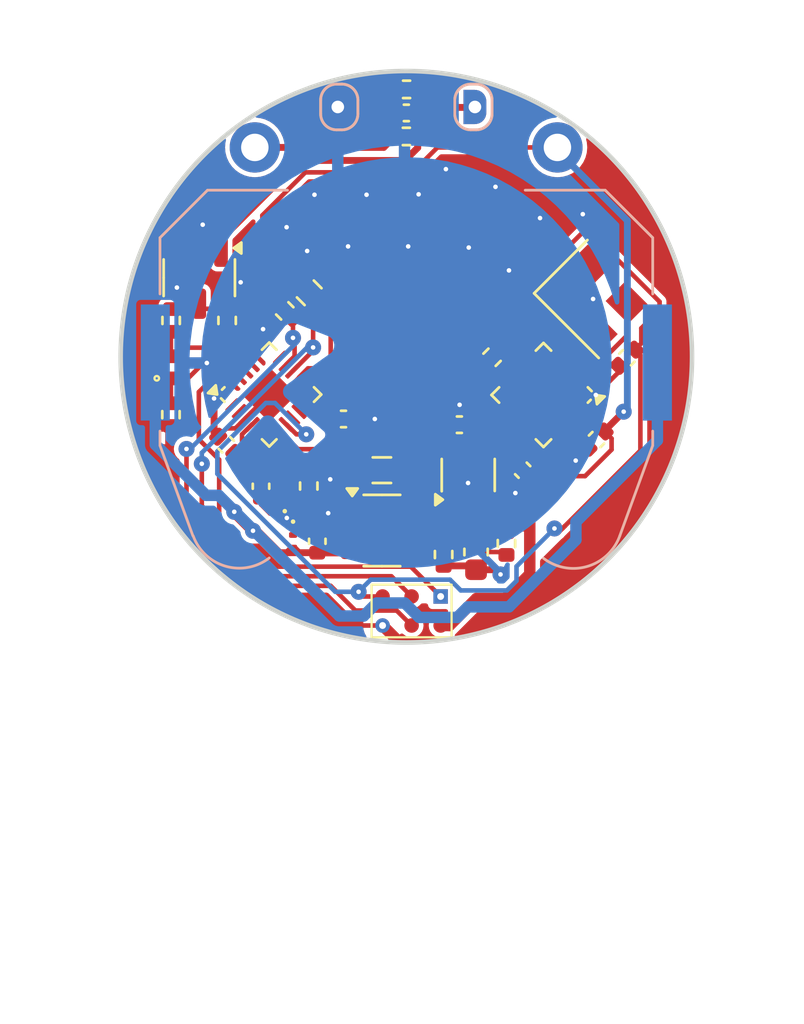
<source format=kicad_pcb>
(kicad_pcb (version 20240108) (generator "pcbnew") (generator_version "8.0")
  (layers (0 "F.Cu" signal) (31 "B.Cu" signal) (34 "B.Paste" user) (35 "F.Paste" user) (36 "B.SilkS" user "B.Silkscreen") (37 "F.SilkS" user "F.Silkscreen") (38 "B.Mask" user) (39 "F.Mask" user) (44 "Edge.Cuts" user))
  (net 0 "")
  (net 1 "Net-(BT1-+)")
  (net 2 "GND")
  (net 3 "Net-(BZ1-+)")
  (net 4 "+3V3")
  (net 5 "/~{TX_EN}")
  (net 6 "Net-(D1-K)")
  (net 7 "/MCU_UPDI")
  (net 8 "/MCU_SDA")
  (net 9 "/MCU_SCL")
  (net 10 "/MCU_DAC0")
  (net 11 "Net-(Q1-D)")
  (net 12 "Net-(Q1-G)")
  (net 13 "Net-(U2-XA)")
  (net 14 "Net-(U2-XB)")
  (net 15 "Net-(D3-K)")
  (net 18 "Net-(C6-Pad1)")
  (net 19 "/BUZZER_PULSE")
  (net 20 "Net-(U5-SW)")
  (net 21 "Net-(U5-V_{FB})")
  (net 22 "/OUTPUT_PWR_EN")
  (net 28 "/+3V3_SW")
  (net 29 "/CLK1")
  (net 30 "/CLK1_T")
  (footprint "Library:Worthington_C_0402_1005Metric" (layer "F.Cu") (at 85.27 103.96 45)
    (property "Reference" "C7" (hide yes))
    (property "Value" "100nF")
  )
  (footprint "Library:Worthington_C_0402_1005Metric" (layer "F.Cu") (at 69.259999 109.5825 -90)
    (property "Reference" "C5" (hide yes))
    (property "Value" "10uF")
  )
  (footprint "Library:Worthington_LED_0402_1005Metric" (layer "F.Cu") (at 65.32 104.38 90)
    (property "Reference" "D1" (hide yes))
    (property "Value" "RED")
  )
  (footprint "Library:Case_CR2032" (layer "F.Cu") (at 75.62 103.916925)
    (property "Reference" "U4" (hide yes))
    (property "Value" "Case" (hide yes))
  )
  (footprint "Library:Worthington_C_0402_1005Metric" (layer "F.Cu") (at 77.94 106.89 180)
    (property "Reference" "C2" (hide yes))
    (property "Value" "100nF")
  )
  (footprint "Diode_SMD:D_0201_0603Metric" (layer "F.Cu") (at 70.662498 111.989996 -90)
    (property "Reference" "D2" (hide yes))
    (property "Value" "ESD156B1W")
  )
  (footprint "Library:2x3_1.27mm_Pogo_Header" (layer "F.Cu") (at 75.85 115.04 -90)
    (property "Reference" "J2" (hide yes))
    (property "Value" "1.27mm Pogo Pads For Programming & Debug")
  )
  (footprint "Library:Worthington_C_0402_1005Metric" (layer "F.Cu") (at 72.87 106.64 180)
    (property "Reference" "C8" (hide yes))
    (property "Value" "100nF")
  )
  (footprint "Library:Worthington_R_0402_1005Metric" (layer "F.Cu") (at 77.25 112.57 -90)
    (property "Reference" "R10" (hide yes))
    (property "Value" "18k")
  )
  (footprint "Capacitor_SMD:C_0603_1608Metric" (layer "F.Cu") (at 78.67 112.46 -90)
    (property "Reference" "C10" (hide yes))
    (property "Value" "22uF")
  )
  (footprint "Inductor_THT:L_Axial_L12.0mm_D5.0mm_P15.24mm_Horizontal_Fastron_MISC" (layer "F.Cu") (at 67.99 95.76)
    (property "Reference" "L1" (hide yes))
    (property "Value" "100mH" (hide yes))
  )
  (footprint "Package_DFN_QFN:VQFN-20-1EP_3x3mm_P0.4mm_EP1.7x1.7mm" (layer "F.Cu") (at 69.62 105.57 45)
    (property "Reference" "U3" (hide yes))
    (property "Value" "ATtiny416-M")
  )
  (footprint "Inductor_SMD:L_0805_2012Metric" (layer "F.Cu") (at 74.55 108.88 180)
    (property "Reference" "L2" (hide yes))
    (property "Value" "4.7uH")
  )
  (footprint "Library:Worthington_C_0402_1005Metric" (layer "F.Cu") (at 80.71 108.88 -45)
    (property "Reference" "C3" (hide yes))
    (property "Value" "10uF")
  )
  (footprint "Library:Worthington_R_0402_1005Metric" (layer "F.Cu") (at 65.3275 102.33 90)
    (property "Reference" "R6" (hide yes))
    (property "Value" "10")
  )
  (footprint "Library:RF_Solder_Pad" (layer "F.Cu") (at 75.62 103.916925)
    (property "Reference" "J1" (hide yes))
    (property "Value" "Antenna Screw Pad")
  )
  (footprint "Library:Worthington_R_0402_1005Metric" (layer "F.Cu") (at 65.32 106.45 -90)
    (property "Reference" "R8" (hide yes))
    (property "Value" "220")
  )
  (footprint "Library:Worthington_LED_0402_1005Metric" (layer "F.Cu") (at 70.3 109.5825 90)
    (property "Reference" "D3" (hide yes))
    (property "Value" "RED")
  )
  (footprint "Package_TO_SOT_SMD:SOT-363_SC-70-6" (layer "F.Cu") (at 78.3275 109.09 90)
    (property "Reference" "U1" (hide yes))
    (property "Value" "TPS22919DCK")
  )
  (footprint "Library:Worthington_R_0402_1005Metric" (layer "F.Cu") (at 80.000001 112.09 -90)
    (property "Reference" "R9" (hide yes))
    (property "Value" "100k")
  )
  (footprint "Library:Worthington_C_0402_1005Metric" (layer "F.Cu") (at 67.74 107.77 135)
    (property "Reference" "C4" (hide yes))
    (property "Value" "100nF")
  )
  (footprint "Library:Crystal_SMD_Kyocera_CX3225SB-4Pin_3.2x2.5mm" (layer "F.Cu") (at 83.79 101.39 -45)
    (property "Reference" "Y1" (hide yes))
    (property "Value" "25MHz")
  )
  (footprint "Library:Worthington_C_0402_1005Metric" (layer "F.Cu") (at 83.94 107.54 -135)
    (property "Reference" "C1" (hide yes))
    (property "Value" "100nF")
  )
  (footprint "Library:Worthington_R_0402_1005Metric" (layer "F.Cu") (at 67.7775 102.33 -90)
    (property "Reference" "R7" (hide yes))
    (property "Value" "1M")
  )
  (footprint "Library:Worthington_R_0402_1005Metric" (layer "F.Cu") (at 75.629999 92.22 180)
    (property "Reference" "R1" (hide yes))
    (property "Value" "10k")
  )
  (footprint "Package_TO_SOT_SMD:SOT-23-3" (layer "F.Cu") (at 66.56 100.46 -90)
    (property "Reference" "Q1" (hide yes))
    (property "Value" "MMUN2238LT1G")
  )
  (footprint "Package_DFN_QFN:QFN-16-1EP_3x3mm_P0.5mm_EP1.45x1.45mm" (layer "F.Cu") (at 81.62 105.59 -135)
    (property "Reference" "U2" (hide yes))
    (property "Value" "Si5351B-B-GM1")
  )
  (footprint "Library:Worthington_R_0402_1005Metric" (layer "F.Cu") (at 71.350001 109.5725 90)
    (property "Reference" "R11" (hide yes))
    (property "Value" "100")
  )
  (footprint "Package_TO_SOT_SMD:SOT-23-6" (layer "F.Cu") (at 74.5525 111.52)
    (property "Reference" "U5" (hide yes))
    (property "Value" "TLV61070ADBV")
  )
  (footprint "Resistor_SMD:R_0603_1608Metric" (layer "F.Cu") (at 71.37 101.12 -45)
    (property "Reference" "R3" (hide yes))
    (property "Value" "1k8")
  )
  (footprint "Library:Worthington_R_0402_1005Metric" (layer "F.Cu") (at 79.37 103.94 -135)
    (property "Reference" "R4" (hide yes))
    (property "Value" "0R")
  )
  (footprint "Library:Worthington_C_0402_1005Metric" (layer "F.Cu") (at 71.7225 111.989997 90)
    (property "Reference" "C9" (hide yes))
    (property "Value" "10uF")
  )
  (footprint "Library:Worthington_R_0402_1005Metric" (layer "F.Cu") (at 75.62 94.28 180)
    (property "Reference" "R5" (hide yes))
    (property "Value" "10")
  )
  (footprint "Resistor_SMD:R_0402_1005Metric" (layer "F.Cu") (at 70.3 101.91 -45)
    (property "Reference" "R2" (hide yes))
    (property "Value" "1k8")
  )
  (footprint "Library:Worthington_C_0402_1005Metric" (layer "F.Cu") (at 75.62 93.25)
    (property "Reference" "C6" (hide yes))
    (property "Value" "100nF")
  )
  (footprint "Library:Buzzer_Pad_NEG" (layer "B.Cu") (at 72.62 92.99)
    (property "Reference" "BZ2-1" (hide yes))
    (property "Value" "7BB-20-3" (hide yes))
  )
  (footprint "Library:Buzzer_Pad_POS" (layer "B.Cu") (at 78.62 92.99 180)
    (property "Reference" "BZ1" (hide yes))
    (property "Value" "7BB-20-3" (hide yes))
  )
  (footprint "Library:BatteryHolder_Keystone_3034_1x20mm_CUTOUT" (layer "B.Cu") (at 75.62 104.17 180)
    (property "Reference" "BT1" (hide yes))
    (property "Value" "CR2032")
  )
  (gr_circle (center 75.62 103.916925) (end 63.12 103.916925) (stroke (width 0.2)) (fill none) (layer "Edge.Cuts"))
  (segment (start 70.98 112.489997) (end 71.7225 112.489997) (width 0.3) (layer "F.Cu") (net 1))
  (segment (start 70.34 112.489997) (end 70.98 112.489997) (width 0.3) (layer "F.Cu") (net 1))
  (segment (start 70.079997 112.489997) (end 70.34 112.489997) (width 0.3) (layer "F.Cu") (net 1))
  (segment (start 68.91 111.52) (end 68.09 110.7) (width 0.5) (layer "F.Cu") (net 1))
  (segment (start 70.662498 112.264996) (end 70.754999 112.264996) (width 0.2) (layer "F.Cu") (net 1))
  (segment (start 73.384998 112.499992) (end 73.414996 112.469993) (width 0.3) (layer "F.Cu") (net 1))
  (segment (start 69.12 111.53) (end 70.079997 112.489997) (width 0.3) (layer "F.Cu") (net 1))
  (segment (start 68.91 111.53) (end 69.12 111.53) (width 0.3) (layer "F.Cu") (net 1))
  (segment (start 68.91 111.53) (end 68.91 111.52) (width 0.5) (layer "F.Cu") (net 1))
  (segment (start 70.662498 112.264996) (end 70.565001 112.264996) (width 0.2) (layer "F.Cu") (net 1))
  (segment (start 73.414996 112.469993) (end 74.262499 112.470001) (width 0.3) (layer "F.Cu") (net 1))
  (segment (start 74.542503 110.829995) (end 74.802496 110.569993) (width 0.3) (layer "F.Cu") (net 1))
  (segment (start 74.542495 112.19) (end 74.542503 110.829995) (width 0.3) (layer "F.Cu") (net 1))
  (segment (start 75.615001 108.709989) (end 75.690004 108.784994) (width 0.3) (layer "F.Cu") (net 1))
  (segment (start 71.722498 112.499994) (end 73.384998 112.499992) (width 0.3) (layer "F.Cu") (net 1))
  (segment (start 74.802496 110.569993) (end 75.69 110.569994) (width 0.3) (layer "F.Cu") (net 1))
  (segment (start 74.262499 112.470001) (end 74.542495 112.19) (width 0.3) (layer "F.Cu") (net 1))
  (segment (start 70.565001 112.264996) (end 70.34 112.489997) (width 0.2) (layer "F.Cu") (net 1))
  (segment (start 75.690004 108.784994) (end 75.69 110.569994) (width 0.3) (layer "F.Cu") (net 1))
  (segment (start 70.754999 112.264996) (end 70.98 112.489997) (width 0.2) (layer "F.Cu") (net 1))
  (via (at 68.91 111.53) (size 0.7) (drill 0.2) (layers "F.Cu" "B.Cu") (net 1))
  (via (at 68.09 110.7) (size 0.7) (drill 0.2) (layers "F.Cu" "B.Cu") (net 1))
  (segment (start 76.18 115.32) (end 77.85 115.32) (width 0.5) (layer "B.Cu") (net 1))
  (segment (start 74.32 114.69) (end 75.55 114.69) (width 0.5) (layer "B.Cu") (net 1))
  (segment (start 64.635 107.755) (end 66.86 109.98) (width 0.5) (layer "B.Cu") (net 1))
  (segment (start 66.86 109.98) (end 67.41 109.98) (width 0.5) (layer "B.Cu") (net 1))
  (segment (start 83.04 111.93) (end 83.04 111.14) (width 0.5) (layer "B.Cu") (net 1))
  (segment (start 64.635 104.166925) (end 64.635 107.755) (width 0.5) (layer "B.Cu") (net 1))
  (segment (start 86.605 107.575) (end 86.605 104.166925) (width 0.5) (layer "B.Cu") (net 1))
  (segment (start 73.75 115.26) (end 74.32 114.69) (width 0.5) (layer "B.Cu") (net 1))
  (segment (start 80.11 114.86) (end 83.04 111.93) (width 0.5) (layer "B.Cu") (net 1))
  (segment (start 78.31 114.86) (end 80.11 114.86) (width 0.5) (layer "B.Cu") (net 1))
  (segment (start 83.04 111.14) (end 86.605 107.575) (width 0.5) (layer "B.Cu") (net 1))
  (segment (start 67.41 109.98) (end 72.69 115.26) (width 0.5) (layer "B.Cu") (net 1))
  (segment (start 77.85 115.32) (end 78.31 114.86) (width 0.5) (layer "B.Cu") (net 1))
  (segment (start 75.55 114.69) (end 76.18 115.32) (width 0.5) (layer "B.Cu") (net 1))
  (segment (start 72.69 115.26) (end 73.75 115.26) (width 0.5) (layer "B.Cu") (net 1))
  (segment (start 72.65 93.02) (end 72.62 92.99) (width 0.3) (layer "F.Cu") (net 2))
  (segment (start 70.662499 111.489996) (end 70.8425 111.309995) (width 0.2) (layer "F.Cu") (net 2))
  (segment (start 84.916446 104.313552) (end 84.916446 104.583554) (width 0.2) (layer "F.Cu") (net 2))
  (segment (start 74.24 106.64) (end 74.239999 106.640001) (width 0.2) (layer "F.Cu") (net 2))
  (segment (start 66.86 100.59) (end 66.57 100.3) (width 0.2) (layer "F.Cu") (net 2))
  (segment (start 68.105 113.415) (end 66.175 111.485) (width 0.2) (layer "F.Cu") (net 2))
  (segment (start 77.44 106.53) (end 77.44 106.889998) (width 0.3) (layer "F.Cu") (net 2))
  (segment (start 66.88 100.59) (end 66.86 100.59) (width 0.2) (layer "F.Cu") (net 2))
  (segment (start 69.657501 110.777501) (end 70.24 110.777501) (width 0.2) (layer "F.Cu") (net 2))
  (segment (start 83.586446 107.202895) (end 83.586446 107.893552) (width 0.2) (layer "F.Cu") (net 2))
  (segment (start 65.320001 108.87) (end 65.320001 106.947499) (width 0.2) (layer "F.Cu") (net 2))
  (segment (start 68.594696 106.595304) (end 68.14 107.05) (width 0.2) (layer "F.Cu") (net 2))
  (segment (start 80.417107 109.88) (end 80.39 109.88) (width 0.2) (layer "F.Cu") (net 2))
  (segment (start 70.662499 111.57) (end 70.662499 111.489996) (width 0.2) (layer "F.Cu") (net 2))
  (segment (start 68.575 113.415) (end 68.105 113.415) (width 0.2) (layer "F.Cu") (net 2))
  (segment (start 74.579996 115.675) (end 73.455 115.675) (width 0.2) (layer "F.Cu") (net 2))
  (segment (start 74.43 92.22) (end 75.119998 92.22) (width 0.3) (layer "F.Cu") (net 2))
  (segment (start 66.74 104.19) (end 66.07 104.86) (width 0.2) (layer "F.Cu") (net 2))
  (segment (start 70.662499 111.714994) (end 70.662499 111.57) (width 0.2) (layer "F.Cu") (net 2))
  (segment (start 72.12 114.34) (end 69.5 114.34) (width 0.2) (layer "F.Cu") (net 2))
  (segment (start 66.36 100.33) (end 66.62 100.59) (width 0.2) (layer "F.Cu") (net 2))
  (segment (start 67.752893 107.05) (end 67.386447 107.416446) (width 0.2) (layer "F.Cu") (net 2))
  (segment (start 67.20628 107.236279) (end 67.20628 105.741882) (width 0.3) (layer "F.Cu") (net 2))
  (segment (start 78.5025 113.0675) (end 78.67 113.235) (width 0.3) (layer "F.Cu") (net 2))
  (segment (start 83.79 100.081854) (end 83.79 101.39) (width 0.2) (layer "F.Cu") (net 2))
  (segment (start 75.119998 92.22) (end 75.12 92.219998) (width 0.3) (layer "F.Cu") (net 2))
  (segment (start 67.09 100.59) (end 66.71 100.21) (width 0.2) (layer "F.Cu") (net 2))
  (segment (start 81.973551 105.59) (end 82.813243 106.429692) (width 0.2) (layer "F.Cu") (net 2))
  (segment (start 70.8425 111.309995) (end 71.762499 111.309995) (width 0.2) (layer "F.Cu") (net 2))
  (segment (start 70.662499 111.442499) (end 70.662499 111.57) (width 0.2) (layer "F.Cu") (net 2))
  (segment (start 83.949099 102.857245) (end 83.79 102.698146) (width 0.2) (layer "F.Cu") (net 2))
  (segment (start 82.813243 106.429692) (end 83.586446 107.202895) (width 0.2) (layer "F.Cu") (net 2))
  (segment (start 65.61 99.3225) (end 65.6925 99.3225) (width 0.3) (layer "F.Cu") (net 2))
  (segment (start 66.175 111.485) (end 66.175 111.125) (width 0.2) (layer "F.Cu") (net 2))
  (segment (start 71.7225 111.2375) (end 72.2 110.76) (width 0.2) (layer "F.Cu") (net 2))
  (segment (start 70.39 110.97) (end 70.39 111.17) (width 0.2) (layer "F.Cu") (net 2))
  (segment (start 79.74 113.44) (end 79.535 113.235) (width 0.3) (layer "F.Cu") (net 2))
  (segment (start 70.57 111.35) (end 70.662499 111.442499) (width 0.2) (layer "F.Cu") (net 2))
  (segment (start 69.5 114.34) (end 68.575 113.415) (width 0.2) (layer "F.Cu") (net 2))
  (segment (start 83.630901 99.922755) (end 83.79 100.081854) (width 0.2) (layer "F.Cu") (net 2))
  (segment (start 73.63 93.02) (end 74.43 92.22) (width 0.3) (layer "F.Cu") (net 2))
  (segment (start 65.792501 106.947499) (end 65.320001 106.947499) (width 0.2) (layer "F.Cu") (net 2))
  (segment (start 67.386447 107.416446) (end 67.20628 107.236279) (width 0.3) (layer "F.Cu") (net 2))
  (segment (start 84.916446 104.583554) (end 83.91 105.59) (width 0.2) (layer "F.Cu") (net 2))
  (segment (start 66.62 100.59) (end 66.88 100.59) (width 0.2) (layer "F.Cu") (net 2))
  (segment (start 71.7225 111.489997) (end 71.7225 111.2375) (width 0.2) (layer "F.Cu") (net 2))
  (segment (start 71.7225 111.479994) (end 73.375003 111.479994) (width 0.3) (layer "F.Cu") (net 2))
  (segment (start 69.260001 110.0825) (end 69.260001 110.380001) (width 0.2) (layer "F.Cu") (net 2))
  (segment (start 70.39 111.17) (end 70.57 111.35) (width 0.2) (layer "F.Cu") (net 2))
  (segment (start 65.320001 110.270001) (end 65.320001 108.87) (width 0.2) (layer "F.Cu") (net 2))
  (segment (start 79.535 113.235) (end 78.67 113.235) (width 0.3) (layer "F.Cu") (net 2))
  (segment (start 73.375003 111.479994) (end 73.415001 111.519996) (width 0.3) (layer "F.Cu") (net 2))
  (segment (start 65.3 108.87) (end 65.18 108.75) (width 0.2) (layer "F.Cu") (net 2))
  (segment (start 64.73837 107.87) (end 65.26163 107.87) (width 0.2) (layer "F.Cu") (net 2))
  (segment (start 66.175 111.125) (end 65.320001 110.270001) (width 0.2) (layer "F.Cu") (net 2))
  (segment (start 65.320001 108.87) (end 65.3 108.87) (width 0.2) (layer "F.Cu") (net 2))
  (segment (start 83.79 102.698146) (end 83.79 101.39) (width 0.2) (layer "F.Cu") (net 2))
  (segment (start 70.57 111.35) (end 70.802495 111.35) (width 0.2) (layer "F.Cu") (net 2))
  (segment (start 74.239999 106.640001) (end 73.37 106.640001) (width 0.2) (layer "F.Cu") (net 2))
  (segment (start 81.62 105.59) (end 81.973551 105.59) (width 0.2) (layer "F.Cu") (net 2))
  (segment (start 65.18 108.75) (end 65.18 107.91) (width 0.2) (layer "F.Cu") (net 2))
  (segment (start 67.89 100.59) (end 67.09 100.59) (width 0.2) (layer "F.Cu") (net 2))
  (segment (start 81.063553 109.233554) (end 81.073554 109.233554) (width 0.2) (layer "F.Cu") (net 2))
  (segment (start 83.586446 107.893552) (end 83.586446 107.903554) (width 0.2) (layer "F.Cu") (net 2))
  (segment (start 66.89 104.19) (end 66.74 104.19) (width 0.2) (layer "F.Cu") (net 2))
  (segment (start 77.95 106.02) (end 77.44 106.53) (width 0.3) (layer "F.Cu") (net 2))
  (segment (start 70.802495 111.35) (end 70.8425 111.309995) (width 0.2) (layer "F.Cu") (net 2))
  (segment (start 69.260001 110.380001) (end 69.657501 110.777501) (width 0.2) (layer "F.Cu") (net 2))
  (segment (start 73.455 115.675) (end 72.12 114.34) (width 0.2) (layer "F.Cu") (net 2))
  (segment (start 68.594696 106.595304) (end 69.62 105.57) (width 0.2) (layer "F.Cu") (net 2))
  (segment (start 66.88 100.59) (end 67.09 100.59) (width 0.2) (layer "F.Cu") (net 2))
  (segment (start 77.249999 113.0675) (end 78.5025 113.0675) (width 0.3) (layer "F.Cu") (net 2))
  (segment (start 66.07 104.86) (end 66.07 106.67) (width 0.2) (layer "F.Cu") (net 2))
  (segment (start 68.14 107.05) (end 67.752893 107.05) (width 0.2) (layer "F.Cu") (net 2))
  (segment (start 67.93 100.55) (end 67.89 100.59) (width 0.2) (layer "F.Cu") (net 2))
  (segment (start 78.32 109.44) (end 78.3275 109.4475) (width 0.3) (layer "F.Cu") (net 2))
  (segment (start 71.350002 109.075001) (end 72.1925 109.075001) (width 0.2) (layer "F.Cu") (net 2))
  (segment (start 83.586446 107.903554) (end 83.03 108.46) (width 0.2) (layer "F.Cu") (net 2))
  (segment (start 81.063553 109.233554) (end 80.417107 109.88) (width 0.2) (layer "F.Cu") (net 2))
  (segment (start 66.07 106.67) (end 65.792501 106.947499) (width 0.2) (layer "F.Cu") (net 2))
  (segment (start 73.63 93.02) (end 72.65 93.02) (width 0.3) (layer "F.Cu") (net 2))
  (segment (start 78.3275 109.4475) (end 78.3275 110.04) (width 0.3) (layer "F.Cu") (net 2))
  (via (at 72.2 110.76) (size 0.7) (drill 0.2) (layers "F.Cu" "B.Cu") (net 2))
  (via (at 81.468862 97.850794) (size 0.7) (drill 0.2) (layers "F.Cu" "B.Cu") (net 2))
  (via (at 66.89 104.19) (size 0.7) (drill 0.2) (layers "F.Cu" "B.Cu") (net 2))
  (via (at 78.35 99.14) (size 0.7) (drill 0.2) (layers "F.Cu" "B.Cu") (net 2))
  (via (at 83.79 101.39) (size 0.7) (drill 0.2) (layers "F.Cu" "B.Cu") (net 2))
  (via (at 77.35 95.71) (size 0.7) (drill 0.2) (layers "F.Cu" "B.Cu") (net 2))
  (via (at 71.6 96.83) (size 0.7) (drill 0.2) (layers "F.Cu" "B.Cu") (net 2))
  (via (at 80.11 100.14) (size 0.7) (drill 0.2) (layers "F.Cu" "B.Cu") (net 2))
  (via (at 74.24 106.64) (size 0.7) (drill 0.2) (layers "F.Cu" "B.Cu") (net 2))
  (via (at 70.39 110.97) (size 0.7) (drill 0.2) (layers "F.Cu" "B.Cu") (net 2))
  (via (at 83.03 108.46) (size 0.7) (drill 0.2) (layers "F.Cu" "B.Cu") (net 2))
  (via (at 67.20628 105.741882) (size 0.7) (drill 0.2) (layers "F.Cu" "B.Cu") (net 2))
  (via (at 78.32 109.44) (size 0.7) (drill 0.2) (layers "F.Cu" "B.Cu") (net 2))
  (via (at 65.58 100.89) (size 0.7) (drill 0.2) (layers "F.Cu" "B.Cu") (net 2))
  (via (at 75.7 99.09) (size 0.7) (drill 0.2) (layers "F.Cu" "B.Cu") (net 2))
  (via (at 80.39 109.88) (size 0.7) (drill 0.2) (layers "F.Cu" "B.Cu") (net 2))
  (via (at 77.95 106.02) (size 0.7) (drill 0.2) (layers "F.Cu" "B.Cu") (net 2))
  (via (at 69.35 102.71) (size 0.7) (drill 0.2) (layers "F.Cu" "B.Cu") (net 2))
  (via (at 66.71 98.14) (size 0.7) (drill 0.2) (layers "F.Cu" "B.Cu") (net 2))
  (via (at 83.91 105.59) (size 0.7) (drill 0.2) (layers "F.Cu" "B.Cu") (net 2))
  (via (at 73.07 99.09) (size 0.7) (drill 0.2) (layers "F.Cu" "B.Cu") (net 2))
  (via (at 70.38 98.25) (size 0.7) (drill 0.2) (layers "F.Cu" "B.Cu") (net 2))
  (via (at 72.29 109.28) (size 0.7) (drill 0.2) (layers "F.Cu" "B.Cu") (net 2))
  (via (at 83.34 97.68) (size 0.7) (drill 0.2) (layers "F.Cu" "B.Cu") (net 2))
  (via (at 71.28 99.29) (size 0.7) (drill 0.2) (layers "F.Cu" "B.Cu") (net 2))
  (via (at 79.519999 96.48468) (size 0.7) (drill 0.2) (layers "F.Cu" "B.Cu") (net 2))
  (via (at 79.74 113.44) (size 0.7) (drill 0.2) (layers "F.Cu" "B.Cu") (net 2))
  (via (at 76.156898 96.810894) (size 0.7) (drill 0.2) (layers "F.Cu" "B.Cu") (net 2))
  (via (at 73.878449 96.83) (size 0.7) (drill 0.2) (layers "F.Cu" "B.Cu") (net 2))
  (via (at 68.37 100.66) (size 0.7) (drill 0.2) (layers "F.Cu" "B.Cu") (net 2))
  (segment (start 72.62 101.166925) (end 75.62 104.166925) (width 0.5) (layer "B.Cu") (net 2))
  (segment (start 79.74 113.37) (end 77.27 110.9) (width 0.3) (layer "B.Cu") (net 2))
  (segment (start 75.635 104.175) (end 75.635 109.265) (width 0.2) (layer "B.Cu") (net 2))
  (segment (start 72.62 92.99) (end 72.62 101.166925) (width 0.5) (layer "B.Cu") (net 2))
  (segment (start 79.74 113.44) (end 79.74 113.37) (width 0.3) (layer "B.Cu") (net 2))
  (segment (start 75.635 109.265) (end 78.195 111.825) (width 0.2) (layer "B.Cu") (net 2))
  (segment (start 77.6 93.01) (end 77.359998 93.250002) (width 0.3) (layer "F.Cu") (net 3))
  (segment (start 76.139998 93.240003) (end 76.129999 93.250002) (width 0.3) (layer "F.Cu") (net 3))
  (segment (start 77.359998 93.250002) (end 76.129999 93.250002) (width 0.3) (layer "F.Cu") (net 3))
  (segment (start 76.139998 92.220002) (end 76.139998 93.240003) (width 0.3) (layer "F.Cu") (net 3))
  (segment (start 77.6 93.01) (end 78.6 93.01) (width 0.3) (layer "F.Cu") (net 3))
  (segment (start 78.6 93.01) (end 78.62 92.99) (width 0.3) (layer "F.Cu") (net 3))
  (segment (start 81.020001 113.429999) (end 81.020001 111.45) (width 0.5) (layer "F.Cu") (net 4))
  (segment (start 76.48 108.06) (end 76.48 109.45) (width 0.3) (layer "F.Cu") (net 4))
  (segment (start 78.67 111.635) (end 78.67 110.88) (width 0.3) (layer "F.Cu") (net 4))
  (segment (start 68.43 107.31154) (end 68.870466 106.871074) (width 0.2) (layer "F.Cu") (net 4))
  (segment (start 77.07 110.04) (end 77.6775 110.04) (width 0.3) (layer "F.Cu") (net 4))
  (segment (start 77.4525 110.8725) (end 77.46 110.88) (width 0.3) (layer "F.Cu") (net 4))
  (segment (start 68.877538 106.878147) (end 68.877538 106.882462) (width 0.2) (layer "F.Cu") (net 4))
  (segment (start 77.6775 110.8725) (end 77.67 110.88) (width 0.3) (layer "F.Cu") (net 4))
  (segment (start 77.6775 110.04) (end 77.6775 110.8725) (width 0.3) (layer "F.Cu") (net 4))
  (segment (start 79.954997 114.495003) (end 81.020001 113.429999) (width 0.5) (layer "F.Cu") (net 4))
  (segment (start 68.999999 108.123555) (end 69 108.123554) (width 0.2) (layer "F.Cu") (net 4))
  (segment (start 80.710001 110.88) (end 81.020001 111.19) (width 0.5) (layer "F.Cu") (net 4))
  (segment (start 76.93 110.88) (end 77.46 110.88) (width 0.5) (layer "F.Cu") (net 4))
  (segment (start 70.3 109.33) (end 70.3 108.43) (width 0.2) (layer "F.Cu") (net 4))
  (segment (start 69.259997 109.324999) (end 69.259997 108.476449) (width 0.2) (layer "F.Cu") (net 4))
  (segment (start 76.29 111.52) (end 76.93 110.88) (width 0.5) (layer "F.Cu") (net 4))
  (segment (start 78.684997 114.495003) (end 79.954997 114.495003) (width 0.5) (layer "F.Cu") (net 4))
  (segment (start 76.28 107.86) (end 76.48 108.06) (width 0.3) (layer "F.Cu") (net 4))
  (segment (start 68.093553 108.123554) (end 69 108.123554) (width 0.3) (layer "F.Cu") (net 4))
  (segment (start 69.306446 108.43) (end 69.326446 108.41) (width 0.3) (layer "F.Cu") (net 4))
  (segment (start 78.67 110.88) (end 80.08 110.88) (width 0.5) (layer "F.Cu") (net 4))
  (segment (start 70.19 108.41) (end 72.02 108.41) (width 0.3) (layer "F.Cu") (net 4))
  (segment (start 69.259997 108.476449) (end 69.306446 108.43) (width 0.2) (layer "F.Cu") (net 4))
  (segment (start 72.02 108.41) (end 72.57 107.86) (width 0.3) (layer "F.Cu") (net 4))
  (segment (start 69.326446 108.41) (end 70.15 108.41) (width 0.3) (layer "F.Cu") (net 4))
  (segment (start 78.545 111.510004) (end 78.670003 111.635001) (width 0.5) (layer "F.Cu") (net 4))
  (segment (start 80.000002 111.44) (end 81.010001 111.44) (width 0.25) (layer "F.Cu") (net 4))
  (segment (start 76.48 109.45) (end 77.07 110.04) (width 0.3) (layer "F.Cu") (net 4))
  (segment (start 80.000002 110.959998) (end 80.08 110.88) (width 0.3) (layer "F.Cu") (net 4))
  (segment (start 81.010001 111.44) (end 81.020001 111.45) (width 0.25) (layer "F.Cu") (net 4))
  (segment (start 72.57 107.86) (end 76.28 107.86) (width 0.3) (layer "F.Cu") (net 4))
  (segment (start 77.119999 115.675001) (end 77.504999 115.675001) (width 0.5) (layer "F.Cu") (net 4))
  (segment (start 80.000002 111.44) (end 80.000002 110.959998) (width 0.3) (layer "F.Cu") (net 4))
  (segment (start 68.093553 108.123554) (end 68.43 107.787107) (width 0.2) (layer "F.Cu") (net 4))
  (segment (start 81.020001 111.45) (end 81.020001 111.19) (width 0.5) (layer "F.Cu") (net 4))
  (segment (start 80.08 110.88) (end 80.710001 110.88) (width 0.5) (layer "F.Cu") (net 4))
  (segment (start 75.69 111.52) (end 76.29 111.52) (width 0.5) (layer "F.Cu") (net 4))
  (segment (start 77.504999 115.675001) (end 78.684997 114.495003) (width 0.5) (layer "F.Cu") (net 4))
  (segment (start 77.46 110.88) (end 77.67 110.88) (width 0.5) (layer "F.Cu") (net 4))
  (segment (start 70.18 108.44) (end 70.17 108.43) (width 0.2) (layer "F.Cu") (net 4))
  (segment (start 69 108.123554) (end 69.306446 108.43) (width 0.3) (layer "F.Cu") (net 4))
  (segment (start 77.67 110.88) (end 78.67 110.88) (width 0.5) (layer "F.Cu") (net 4))
  (segment (start 68.43 107.787107) (end 68.43 107.31154) (width 0.2) (layer "F.Cu") (net 4))
  (segment (start 72.37 105.226446) (end 72.116777 104.973223) (width 0.2) (layer "F.Cu") (net 5))
  (segment (start 71.31077 104.43077) (end 71.315094 104.426446) (width 0.2) (layer "F.Cu") (net 5))
  (segment (start 71.88 104.68) (end 71.851777 104.708223) (width 0.2) (layer "F.Cu") (net 5))
  (segment (start 77.91 100.58) (end 74.01 100.58) (width 0.2) (layer "F.Cu") (net 5))
  (segment (start 71.851777 104.708223) (end 72.116777 104.973223) (width 0.2) (layer "F.Cu") (net 5))
  (segment (start 80.78031 104.396758) (end 80.43 104.046448) (width 0.2) (layer "F.Cu") (net 5))
  (segment (start 72.31 102.28) (end 72.31 103.89) (width 0.2) (layer "F.Cu") (net 5))
  (segment (start 71.88 104.32) (end 71.76923 104.43077) (width 0.2) (layer "F.Cu") (net 5))
  (segment (start 80.43 104.046448) (end 80.43 103.1) (width 0.2) (layer "F.Cu") (net 5))
  (segment (start 80.43 103.1) (end 77.91 100.58) (width 0.2) (layer "F.Cu") (net 5))
  (segment (start 71.641777 104.498223) (end 71.851777 104.708223) (width 0.2) (layer "F.Cu") (net 5))
  (segment (start 71.57 104.426446) (end 71.641777 104.498223) (width 0.2) (layer "F.Cu") (net 5))
  (segment (start 72.31 103.89) (end 71.88 104.32) (width 0.2) (layer "F.Cu") (net 5))
  (segment (start 74.01 100.58) (end 72.31 102.28) (width 0.2) (layer "F.Cu") (net 5))
  (segment (start 72.37 106.639999) (end 72.37 105.226446) (width 0.2) (layer "F.Cu") (net 5))
  (segment (start 71.641777 104.498223) (end 71.572843 104.429289) (width 0.2) (layer "F.Cu") (net 5))
  (segment (start 71.31077 104.43077) (end 70.921075 104.820465) (width 0.2) (layer "F.Cu") (net 5))
  (segment (start 71.76923 104.43077) (end 71.31077 104.43077) (width 0.2) (layer "F.Cu") (net 5))
  (segment (start 71.88 104.32) (end 71.88 104.68) (width 0.2) (layer "F.Cu") (net 5))
  (segment (start 71.315094 104.426446) (end 71.57 104.426446) (width 0.2) (layer "F.Cu") (net 5))
  (segment (start 65.32 105.9525) (end 65.319999 105.952501) (width 0.2) (layer "F.Cu") (net 6))
  (segment (start 65.32 104.864998) (end 65.32 105.9525) (width 0.2) (layer "F.Cu") (net 6))
  (segment (start 69.12 112.19) (end 70.03 113.1) (width 0.2) (layer "F.Cu") (net 7))
  (segment (start 68.318926 104.820466) (end 67.84846 104.35) (width 0.2) (layer "F.Cu") (net 7))
  (segment (start 66.54 107.53) (end 67.43 108.42) (width 0.2) (layer "F.Cu") (net 7))
  (segment (start 67.84846 104.35) (end 67.65 104.35) (width 0.2) (layer "F.Cu") (net 7))
  (segment (start 68.63 112.19) (end 69.12 112.19) (width 0.2) (layer "F.Cu") (net 7))
  (segment (start 70.03 113.1) (end 75.814999 113.1) (width 0.2) (layer "F.Cu") (net 7))
  (segment (start 67.43 108.42) (end 67.43 110.99) (width 0.2) (layer "F.Cu") (net 7))
  (segment (start 67.65 104.35) (end 66.54 105.46) (width 0.2) (layer "F.Cu") (net 7))
  (segment (start 66.54 105.46) (end 66.54 107.53) (width 0.2) (layer "F.Cu") (net 7))
  (segment (start 67.43 110.99) (end 68.63 112.19) (width 0.2) (layer "F.Cu") (net 7))
  (segment (start 75.814999 113.1) (end 77.12 114.405001) (width 0.2) (layer "F.Cu") (net 7))
  (segment (start 73.486726 100.17) (end 78.1 100.17) (width 0.2) (layer "F.Cu") (net 8))
  (segment (start 68.92 112.59) (end 68.44 112.59) (width 0.2) (layer "F.Cu") (net 8))
  (segment (start 78.1 100.17) (end 80.86 102.93) (width 0.2) (layer "F.Cu") (net 8))
  (segment (start 71.54 103.51) (end 71.54 103.65) (width 0.2) (layer "F.Cu") (net 8))
  (segment (start 67.02 110.79) (end 66.67 110.44) (width 0.2) (layer "F.Cu") (net 8))
  (segment (start 80.86 103.769337) (end 81.133866 104.043203) (width 0.2) (layer "F.Cu") (net 8))
  (segment (start 71.54 103.65) (end 70.645304 104.544696) (width 0.2) (layer "F.Cu") (net 8))
  (segment (start 69.85 113.52) (end 68.92 112.59) (width 0.2) (layer "F.Cu") (net 8))
  (segment (start 71.54 103.51) (end 71.54 102.116726) (width 0.2) (layer "F.Cu") (net 8))
  (segment (start 71.54 102.116726) (end 73.486726 100.17) (width 0.2) (layer "F.Cu") (net 8))
  (segment (start 67.02 111.17) (end 67.02 110.79) (width 0.2) (layer "F.Cu") (net 8))
  (segment (start 75.849999 114.405) (end 74.964999 113.52) (width 0.2) (layer "F.Cu") (net 8))
  (segment (start 80.86 102.93) (end 80.86 103.769337) (width 0.2) (layer "F.Cu") (net 8))
  (segment (start 68.44 112.59) (end 67.02 111.17) (width 0.2) (layer "F.Cu") (net 8))
  (segment (start 66.67 110.44) (end 66.67 108.6) (width 0.2) (layer "F.Cu") (net 8))
  (segment (start 74.964999 113.52) (end 69.85 113.52) (width 0.2) (layer "F.Cu") (net 8))
  (via (at 66.67 108.6) (size 0.7) (drill 0.2) (layers "F.Cu" "B.Cu") (net 8))
  (via (at 71.54 103.51) (size 0.7) (drill 0.2) (layers "F.Cu" "B.Cu") (net 8))
  (segment (start 71.28 103.51) (end 66.67 108.12) (width 0.2) (layer "B.Cu") (net 8))
  (segment (start 71.54 103.51) (end 71.28 103.51) (width 0.2) (layer "B.Cu") (net 8))
  (segment (start 66.67 108.12) (end 66.67 108.6) (width 0.2) (layer "B.Cu") (net 8))
  (segment (start 70.73 103.24) (end 70.73 103.894315) (width 0.2) (layer "F.Cu") (net 9))
  (segment (start 66 107.95) (end 66 110.36) (width 0.2) (layer "F.Cu") (net 9))
  (segment (start 78.33 99.79) (end 82.34 103.8) (width 0.2) (layer "F.Cu") (net 9))
  (segment (start 73.39 115.02) (end 75.195002 115.02) (width 0.2) (layer "F.Cu") (net 9))
  (segment (start 72.72 99.79) (end 78.33 99.79) (width 0.2) (layer "F.Cu") (net 9))
  (segment (start 68.265686 113) (end 68.73 113) (width 0.2) (layer "F.Cu") (net 9))
  (segment (start 70.73 103.894315) (end 70.362462 104.261853) (width 0.2) (layer "F.Cu") (net 9))
  (segment (start 70.523363 101.986637) (end 72.72 99.79) (width 0.2) (layer "F.Cu") (net 9))
  (segment (start 70.66 103.09) (end 70.66 102.38) (width 0.2) (layer "F.Cu") (net 9))
  (segment (start 69.67 113.94) (end 72.31 113.94) (width 0.2) (layer "F.Cu") (net 9))
  (segment (start 70.66 103.09) (end 70.78 103.21) (width 0.2) (layer "F.Cu") (net 9))
  (segment (start 70.78 103.21) (end 70.83 103.21) (width 0.2) (layer "F.Cu") (net 9))
  (segment (start 66.6 111.334314) (end 68.265686 113) (width 0.2) (layer "F.Cu") (net 9))
  (segment (start 70.66 102.38) (end 70.523363 102.243363) (width 0.2) (layer "F.Cu") (net 9))
  (segment (start 70.523363 102.243363) (end 70.523363 101.986637) (width 0.2) (layer "F.Cu") (net 9))
  (segment (start 72.31 113.94) (end 73.39 115.02) (width 0.2) (layer "F.Cu") (net 9))
  (segment (start 75.850002 115.675) (end 75.850002 115.669998) (width 0.2) (layer "F.Cu") (net 9))
  (segment (start 75.195002 115.02) (end 75.850002 115.675) (width 0.2) (layer "F.Cu") (net 9))
  (segment (start 68.73 113) (end 69.67 113.94) (width 0.2) (layer "F.Cu") (net 9))
  (segment (start 70.66 103.09) (end 70.66 103.17) (width 0.2) (layer "F.Cu") (net 9))
  (segment (start 66.6 110.96) (end 66.6 111.334314) (width 0.2) (layer "F.Cu") (net 9))
  (segment (start 66 110.36) (end 66.6 110.96) (width 0.2) (layer "F.Cu") (net 9))
  (segment (start 70.66 103.17) (end 70.73 103.24) (width 0.2) (layer "F.Cu") (net 9))
  (via (at 70.66 103.09) (size 0.7) (drill 0.2) (layers "F.Cu" "B.Cu") (net 9))
  (via (at 66 107.95) (size 0.7) (drill 0.2) (layers "F.Cu" "B.Cu") (net 9))
  (segment (start 70.81 103.14) (end 70.81 103.3) (width 0.2) (layer "B.Cu") (net 9))
  (segment (start 66.16 107.95) (end 66 107.95) (width 0.2) (layer "B.Cu") (net 9))
  (segment (start 70.66 103.09) (end 70.76 103.09) (width 0.2) (layer "B.Cu") (net 9))
  (segment (start 70.81 103.3) (end 66.16 107.95) (width 0.2) (layer "B.Cu") (net 9))
  (segment (start 70.76 103.09) (end 70.81 103.14) (width 0.2) (layer "B.Cu") (net 9))
  (segment (start 70.80846 107.31) (end 70.369535 106.871075) (width 0.2) (layer "F.Cu") (net 10))
  (segment (start 82.24 111.64) (end 82.07 111.64) (width 0.2) (layer "F.Cu") (net 10))
  (segment (start 80.8 101.62) (end 82.92 103.74) (width 0.2) (layer "F.Cu") (net 10))
  (segment (start 82.92 103.936449) (end 82.459692 104.396757) (width 0.2) (layer "F.Cu") (net 10))
  (segment (start 83.62 98.43) (end 83.38 98.43) (width 0.2) (layer "F.Cu") (net 10))
  (segment (start 73.53 114.2) (end 73.735001 114.405001) (width 0.2) (layer "F.Cu") (net 10))
  (segment (start 82.1 111.43) (end 82.45 111.43) (width 0.2) (layer "F.Cu") (net 10))
  (segment (start 86.7 101.87) (end 86.7 101.51) (width 0.2) (layer "F.Cu") (net 10))
  (segment (start 82.565 111.315) (end 82.24 111.64) (width 0.2) (layer "F.Cu") (net 10))
  (segment (start 82.45 111.43) (end 82.565 111.315) (width 0.2) (layer "F.Cu") (net 10))
  (segment (start 85.623554 103.606448) (end 85.9 103.330002) (width 0.2) (layer "F.Cu") (net 10))
  (segment (start 85.9 102.67) (end 86.7 101.87) (width 0.2) (layer "F.Cu") (net 10))
  (segment (start 80.8 101.01) (end 80.8 101.62) (width 0.2) (layer "F.Cu") (net 10))
  (segment (start 86.7 101.51) (end 83.62 98.43) (width 0.2) (layer "F.Cu") (net 10))
  (segment (start 82.565 111.315) (end 85.86 108.02) (width 0.2) (layer "F.Cu") (net 10))
  (segment (start 85.9 103.330002) (end 85.9 102.67) (width 0.2) (layer "F.Cu") (net 10))
  (segment (start 83.38 98.43) (end 80.8 101.01) (width 0.2) (layer "F.Cu") (net 10))
  (segment (start 85.86 108.02) (end 85.86 103.842894) (width 0.2) (layer "F.Cu") (net 10))
  (segment (start 82.92 103.74) (end 82.92 103.936449) (width 0.2) (layer "F.Cu") (net 10))
  (segment (start 71.24 107.31) (end 70.80846 107.31) (width 0.2) (layer "F.Cu") (net 10))
  (segment (start 73.735001 114.405001) (end 74.579998 114.405001) (width 0.2) (layer "F.Cu") (net 10))
  (segment (start 85.86 103.842894) (end 85.623554 103.606448) (width 0.2) (layer "F.Cu") (net 10))
  (via (at 73.53 114.2) (size 0.7) (drill 0.2) (layers "F.Cu" "B.Cu") (net 10))
  (via (at 82.1 111.43) (size 0.7) (drill 0.2) (layers "F.Cu" "B.Cu") (net 10))
  (via (at 71.24 107.31) (size 0.7) (drill 0.2) (layers "F.Cu" "B.Cu") (net 10))
  (segment (start 82.1 111.43) (end 80.44 113.09) (width 0.2) (layer "B.Cu") (net 10))
  (segment (start 67.35 108.06) (end 69.47 105.94) (width 0.2) (layer "B.Cu") (net 10))
  (segment (start 67.35 109.038742) (end 67.35 108.06) (width 0.2) (layer "B.Cu") (net 10))
  (segment (start 69.47 105.94) (end 69.87 105.94) (width 0.2) (layer "B.Cu") (net 10))
  (segment (start 73.53 114.2) (end 72.511258 114.2) (width 0.2) (layer "B.Cu") (net 10))
  (segment (start 80.44 113.72) (end 80.02 114.14) (width 0.2) (layer "B.Cu") (net 10))
  (segment (start 78 114.14) (end 77.53 113.67) (width 0.2) (layer "B.Cu") (net 10))
  (segment (start 80.02 114.14) (end 78 114.14) (width 0.2) (layer "B.Cu") (net 10))
  (segment (start 80.44 113.09) (end 80.44 113.72) (width 0.2) (layer "B.Cu") (net 10))
  (segment (start 72.511258 114.2) (end 67.35 109.038742) (width 0.2) (layer "B.Cu") (net 10))
  (segment (start 69.87 105.94) (end 71.24 107.31) (width 0.2) (layer "B.Cu") (net 10))
  (segment (start 74.06 113.67) (end 73.53 114.2) (width 0.2) (layer "B.Cu") (net 10))
  (segment (start 77.53 113.67) (end 74.06 113.67) (width 0.2) (layer "B.Cu") (net 10))
  (segment (start 76.1175 94.7725) (end 76.1175 94.280001) (width 0.3) (layer "F.Cu") (net 11))
  (segment (start 67.51 98.78) (end 70.96 95.33) (width 0.3) (layer "F.Cu") (net 11))
  (segment (start 70.96 95.33) (end 75.56 95.33) (width 0.3) (layer "F.Cu") (net 11))
  (segment (start 75.56 95.33) (end 76.1175 94.7725) (width 0.3) (layer "F.Cu") (net 11))
  (segment (start 67.51 99.3225) (end 67.51 98.78) (width 0.3) (layer "F.Cu") (net 11))
  (segment (start 65.327501 101.82) (end 66.3375 101.82) (width 0.2) (layer "F.Cu") (net 12))
  (segment (start 66.3375 101.82) (end 66.56 101.5975) (width 0.2) (layer "F.Cu") (net 12))
  (segment (start 67.777499 101.82) (end 66.7825 101.82) (width 0.2) (layer "F.Cu") (net 12))
  (segment (start 66.7825 101.82) (end 66.56 101.5975) (width 0.2) (layer "F.Cu") (net 12))
  (segment (start 85.257245 103.002755) (end 85.257245 101.549099) (width 0.2) (layer "F.Cu") (net 13))
  (segment (start 83.166797 105.093203) (end 85.257245 103.002755) (width 0.2) (layer "F.Cu") (net 13))
  (segment (start 83.166797 105.103866) (end 83.166797 105.093203) (width 0.2) (layer "F.Cu") (net 13))
  (segment (start 83.61 103.953552) (end 82.813242 104.75031) (width 0.2) (layer "F.Cu") (net 14))
  (segment (start 82.322755 102.552755) (end 83.61 103.84) (width 0.2) (layer "F.Cu") (net 14))
  (segment (start 83.61 103.84) (end 83.61 103.953552) (width 0.2) (layer "F.Cu") (net 14))
  (segment (start 82.322755 101.230901) (end 82.322755 102.552755) (width 0.2) (layer "F.Cu") (net 14))
  (segment (start 71.35 110.069999) (end 70.182502 110.069999) (width 0.2) (layer "F.Cu") (net 15))
  (segment (start 75.11 94.279999) (end 75.11 93.249999) (width 0.3) (layer "F.Cu") (net 18))
  (segment (start 74.629999 94.76) (end 68.99 94.76) (width 0.3) (layer "F.Cu") (net 18))
  (segment (start 75.11 93.249999) (end 75.110001 93.249998) (width 0.3) (layer "F.Cu") (net 18))
  (segment (start 75.11 94.279999) (end 74.629999 94.76) (width 0.3) (layer "F.Cu") (net 18))
  (segment (start 65.32 102.834999) (end 65.327499 102.8275) (width 0.2) (layer "F.Cu") (net 19))
  (segment (start 65.32 103.895002) (end 65.32 102.834999) (width 0.2) (layer "F.Cu") (net 19))
  (segment (start 68.135686 103.52) (end 65.695002 103.52) (width 0.2) (layer "F.Cu") (net 19))
  (segment (start 68.877538 104.261852) (end 68.135686 103.52) (width 0.2) (layer "F.Cu") (net 19))
  (segment (start 65.695002 103.52) (end 65.32 103.895002) (width 0.2) (layer "F.Cu") (net 19))
  (segment (start 65.339999 102.84) (end 65.327499 102.8275) (width 0.2) (layer "F.Cu") (net 19))
  (segment (start 73.415001 108.784995) (end 73.414998 110.569998) (width 0.3) (layer "F.Cu") (net 20))
  (segment (start 73.490001 108.709999) (end 73.415001 108.784995) (width 0.3) (layer "F.Cu") (net 20))
  (segment (start 75.69 112.47) (end 76.849999 112.47) (width 0.2) (layer "F.Cu") (net 21))
  (segment (start 77.250001 112.120001) (end 77.59 112.46) (width 0.2) (layer "F.Cu") (net 21))
  (segment (start 76.849999 112.47) (end 77.250001 112.069998) (width 0.2) (layer "F.Cu") (net 21))
  (segment (start 77.250001 112.06) (end 77.250001 112.120001) (width 0.2) (layer "F.Cu") (net 21))
  (segment (start 77.59 112.46) (end 80 112.46) (width 0.2) (layer "F.Cu") (net 21))
  (segment (start 70.87863 107.96) (end 70.07962 107.16099) (width 0.2) (layer "F.Cu") (net 22))
  (segment (start 76.56 107.36) (end 72.28 107.36) (width 0.2) (layer "F.Cu") (net 22))
  (segment (start 72.28 107.36) (end 71.68 107.96) (width 0.2) (layer "F.Cu") (net 22))
  (segment (start 77.24 108.77) (end 77.02 108.55) (width 0.2) (layer "F.Cu") (net 22))
  (segment (start 78.9775 109.0175) (end 78.73 108.77) (width 0.2) (layer "F.Cu") (net 22))
  (segment (start 71.68 107.96) (end 70.87863 107.96) (width 0.2) (layer "F.Cu") (net 22))
  (segment (start 77.02 107.82) (end 76.56 107.36) (width 0.2) (layer "F.Cu") (net 22))
  (segment (start 78.73 108.77) (end 77.24 108.77) (width 0.2) (layer "F.Cu") (net 22))
  (segment (start 78.9775 110.04) (end 78.9775 109.0175) (width 0.2) (layer "F.Cu") (net 22))
  (segment (start 77.02 108.55) (end 77.02 107.82) (width 0.2) (layer "F.Cu") (net 22))
  (segment (start 83.166797 106.076134) (end 83.199027 106.076134) (width 0.2) (layer "F.Cu") (net 28))
  (segment (start 82.35 108.203554) (end 82.17 108.023554) (width 0.2) (layer "F.Cu") (net 28))
  (segment (start 79.35 106.890002) (end 79.541564 106.890002) (width 0.2) (layer "F.Cu") (net 28))
  (segment (start 84.6 107.492894) (end 84.6 107.98) (width 0.2) (layer "F.Cu") (net 28))
  (segment (start 79.632229 106.517108) (end 79.632229 106.799337) (width 0.2) (layer "F.Cu") (net 28))
  (segment (start 80.356447 108.523553) (end 80.856446 108.023554) (width 0.2) (layer "F.Cu") (net 28))
  (segment (start 70.786637 100.536637) (end 70.786637 100.702115) (width 0.2) (layer "F.Cu") (net 28))
  (segment (start 75.89 95.85) (end 76.98 94.76) (width 0.2) (layer "F.Cu") (net 28))
  (segment (start 82.35 108.96) (end 82.35 108.32) (width 0.2) (layer "F.Cu") (net 28))
  (segment (start 80.856446 108.023554) (end 82.07 108.023554) (width 0.2) (layer "F.Cu") (net 28))
  (segment (start 82.07 108.023554) (end 82.17 108.023554) (width 0.2) (layer "F.Cu") (net 28))
  (segment (start 80.073203 106.076134) (end 79.632229 106.517108) (width 0.2) (layer "F.Cu") (net 28))
  (segment (start 80.073203 105.103866) (end 78.923535 106.253535) (width 0.2) (layer "F.Cu") (net 28))
  (segment (start 79.722894 106.890002) (end 79.916446 107.083554) (width 0.2) (layer "F.Cu") (net 28))
  (segment (start 83.166797 106.076134) (end 83.18324 106.076134) (width 0.2) (layer "F.Cu") (net 28))
  (segment (start 84.293554 107.186448) (end 84.6 107.492894) (width 0.2) (layer "F.Cu") (net 28))
  (segment (start 76.98 94.76) (end 82.23 94.76) (width 0.2) (layer "F.Cu") (net 28))
  (segment (start 79.35 106.890002) (end 79.722894 106.890002) (width 0.2) (layer "F.Cu") (net 28))
  (segment (start 78.44 106.73707) (end 78.44 106.890002) (width 0.2) (layer "F.Cu") (net 28))
  (segment (start 82.35 108.07) (end 82.396446 108.023554) (width 0.2) (layer "F.Cu") (net 28))
  (segment (start 83.18324 106.076134) (end 84.293554 107.186448) (width 0.2) (layer "F.Cu") (net 28))
  (segment (start 85.13 106.32) (end 84.293554 107.156446) (width 0.3) (layer "F.Cu") (net 28))
  (segment (start 80.082892 107.25) (end 79.991446 107.158554) (width 0.2) (layer "F.Cu") (net 28))
  (segment (start 78.44 106.890002) (end 79.35 106.890002) (width 0.2) (layer "F.Cu") (net 28))
  (segment (start 82.396446 108.023554) (end 82.685 107.735) (width 0.2) (layer "F.Cu") (net 28))
  (segment (start 69.32 98.75) (end 69.32 97.73) (width 0.2) (layer "F.Cu") (net 28))
  (segment (start 82.473242 106.783242) (end 82.98 107.29) (width 0.2) (layer "F.Cu") (net 28))
  (segment (start 69.32 98.75) (end 70.79 100.22) (width 0.2) (layer "F.Cu") (net 28))
  (segment (start 82.53 109.14) (end 82.35 108.96) (width 0.2) (layer "F.Cu") (net 28))
  (segment (start 79.991446 107.158554) (end 79.916446 107.083554) (width 0.2) (layer "F.Cu") (net 28))
  (segment (start 84.6 107.98) (end 83.44 109.14) (width 0.2) (layer "F.Cu") (net 28))
  (segment (start 83.44 109.14) (end 82.53 109.14) (width 0.2) (layer "F.Cu") (net 28))
  (segment (start 78.923535 106.253535) (end 78.659961 106.517108) (width 0.2) (layer "F.Cu") (net 28))
  (segment (start 79.632229 106.799337) (end 79.722894 106.890002) (width 0.2) (layer "F.Cu") (net 28))
  (segment (start 80.313551 107.25) (end 80.082892 107.25) (width 0.2) (layer "F.Cu") (net 28))
  (segment (start 80.313551 107.25) (end 80.313551 107.480659) (width 0.2) (layer "F.Cu") (net 28))
  (segment (start 82.07 108.023554) (end 82.27 108.023554) (width 0.2) (layer "F.Cu") (net 28))
  (segment (start 70.786637 100.702115) (end 69.939377 101.549375) (width 0.2) (layer "F.Cu") (net 28))
  (segment (start 80.356447 108.526446) (end 80.356447 108.523553) (width 0.2) (layer "F.Cu") (net 28))
  (segment (start 80.313551 107.480659) (end 80.356446 107.523554) (width 0.2) (layer "F.Cu") (net 28))
  (segment (start 70.79 100.22) (end 70.79 100.25) (width 0.2) (layer "F.Cu") (net 28))
  (segment (start 80.780308 106.783243) (end 80.313551 107.25) (width 0.2) (layer "F.Cu") (net 28))
  (segment (start 80.313551 107.480659) (end 80.856446 108.023554) (width 0.2) (layer "F.Cu") (net 28))
  (segment (start 82.27 108.023554) (end 82.396446 108.023554) (width 0.2) (layer "F.Cu") (net 28))
  (segment (start 78.923535 106.253535) (end 78.44 106.73707) (width 0.2) (layer "F.Cu") (net 28))
  (segment (start 78.3275 108.14) (end 78.3275 107.002502) (width 0.3) (layer "F.Cu") (net 28))
  (segment (start 82.98 107.29) (end 82.98 107.44) (width 0.2) (layer "F.Cu") (net 28))
  (segment (start 79.991446 107.158554) (end 80.356446 107.523554) (width 0.2) (layer "F.Cu") (net 28))
  (segment (start 77.6775 108.14) (end 78.3275 108.14) (width 0.2) (layer "F.Cu") (net 28))
  (segment (start 79.541564 106.890002) (end 79.632229 106.799337) (width 0.2) (layer "F.Cu") (net 28))
  (segment (start 82.45969 106.783242) (end 82.473242 106.783242) (width 0.2) (layer "F.Cu") (net 28))
  (segment (start 82.35 108.32) (end 82.35 108.203554) (width 0.2) (layer "F.Cu") (net 28))
  (segment (start 84.293554 107.156446) (end 84.293554 107.186448) (width 0.3) (layer "F.Cu") (net 28))
  (segment (start 82.35 108.32) (end 82.35 108.07) (width 0.2) (layer "F.Cu") (net 28))
  (segment (start 71.2 95.85) (end 75.89 95.85) (width 0.2) (layer "F.Cu") (net 28))
  (segment (start 69.32 97.73) (end 71.2 95.85) (width 0.2) (layer "F.Cu") (net 28))
  (segment (start 78.3275 107.002502) (end 78.44 106.890002) (width 0.3) (layer "F.Cu") (net 28))
  (segment (start 82.98 107.44) (end 82.685 107.735) (width 0.2) (layer "F.Cu") (net 28))
  (via (at 85.13 106.32) (size 0.7) (drill 0.2) (layers "F.Cu" "B.Cu") (net 28))
  (segment (start 85.29 106.16) (end 85.29 97.96) (width 0.3) (layer "B.Cu") (net 28))
  (segment (start 82.23 94.9) (end 82.23 94.76) (width 0.3) (layer "B.Cu") (net 28))
  (segment (start 85.29 97.96) (end 82.23 94.9) (width 0.3) (layer "B.Cu") (net 28))
  (segment (start 85.13 106.32) (end 85.29 106.16) (width 0.3) (layer "B.Cu") (net 28))
  (segment (start 78.643355 103.916925) (end 75.62 103.916925) (width 0.5) (layer "F.Cu") (net 29))
  (segment (start 79.018215 104.291785) (end 78.643355 103.916925) (width 0.5) (layer "F.Cu") (net 29))
  (segment (start 80.426757 104.750308) (end 79.9 104.223551) (width 0.2) (layer "F.Cu") (net 30))
  (segment (start 79.9 104.223551) (end 79.9 103.72) (width 0.2) (layer "F.Cu") (net 30))
  (zone (net 0) (net_name "") (layer "F.Cu") (connect_pads (clearance 0)) (min_thickness 0.25)
    (keepout (tracks allowed) (vias allowed) (pads allowed) (copperpour not_allowed) (footprints allowed))
    (fill (thermal_gap 0.5) (thermal_bridge_width 0.5))
    (polygon (pts (xy 72.92 100.46) (xy 78.39 100.57) (xy 80.23 101.86) (xy 83.44 98.39) (xy 85.08 99.93) (xy 86.310608 102.095736) (xy 85.8 105.38) (xy 85.45 107.86) (xy 82.85 110.96) (xy 80.96 111.94) (xy 80.72 113.74) (xy 78.13 114.69) (xy 74.579998 114.722501) (xy 72.29 113.79) (xy 69.89 113.29) (xy 67.68 111.55) (xy 66.83 109.5) (xy 66.02 106.97) (xy 66.04 103.93) (xy 66.26 102.26) (xy 67.7775 102.33) (xy 67.79 104) (xy 70.574594 103.9083) (xy 70.559081 101.979081) (xy 70.664556 100.786307)))
  )
  (zone (net 0) (net_name "") (layer "F.Cu") (name "GND") (connect_pads (clearance 0)) (min_thickness 0.2)
    (keepout (tracks allowed) (vias allowed) (pads allowed) (copperpour not_allowed) (footprints allowed))
    (fill (thermal_gap 0.5) (thermal_bridge_width 0.5))
    (polygon (pts (xy 68.63 103.08) (xy 69.2 103.59) (xy 68.61 103.69) (xy 68.18 103.39)))
  )
  (zone (net 0) (net_name "") (layer "F.Cu") (name "GND") (connect_pads (clearance 0)) (min_thickness 0.2)
    (keepout (tracks allowed) (vias allowed) (pads allowed) (copperpour not_allowed) (footprints allowed))
    (fill (thermal_gap 0.5) (thermal_bridge_width 0.5))
    (polygon (pts (xy 70.6 101.73) (xy 70.26 102.41) (xy 69.7 101.85)))
  )
  (zone (net 0) (net_name "") (layer "F.Cu") (name "GND") (connect_pads (clearance 0)) (min_thickness 0.2)
    (keepout (tracks allowed) (vias allowed) (pads allowed) (copperpour not_allowed) (footprints allowed))
    (fill (thermal_gap 0.5) (thermal_bridge_width 0.5))
    (polygon (pts (xy 66.43 104.82) (xy 66.39 105.94) (xy 65.43 105.85) (xy 65.45 104.89)))
  )
  (zone (net 0) (net_name "") (layer "F.Cu") (name "GND") (connect_pads (clearance 0)) (min_thickness 0.2)
    (keepout (tracks allowed) (vias allowed) (pads allowed) (copperpour not_allowed) (footprints allowed))
    (fill (thermal_gap 0.5) (thermal_bridge_width 0.5))
    (polygon (pts (xy 83.16 111.14) (xy 81.36 112.93) (xy 81.34 111.16) (xy 82.37 110.67)))
  )
  (zone (net 2) (net_name "GND") (layers "F&B.Cu") (name "GND") (connect_pads (clearance 0.2)) (min_thickness 0.2) (fill yes (thermal_gap 0.5) (thermal_bridge_width 0.5))
    (polygon (pts (xy 59.48 89.28) (xy 92.95 88.31) (xy 93.03 121.47) (xy 57.84 122.56)))
  )
  (zone (net 0) (net_name "") (layers "F&B.Cu") (name "GND") (connect_pads (clearance 0)) (min_thickness 0.2)
    (keepout (tracks allowed) (vias allowed) (pads allowed) (copperpour not_allowed) (footprints allowed))
    (fill (thermal_gap 0.5) (thermal_bridge_width 0.5))
    (polygon (pts (xy 69.36 103.75) (xy 70.31 102.58) (xy 70.360652 102.536401) (xy 72.11 103.11) (xy 72.058441 103.939826) (xy 70.460103 105.088019) (xy 69.03 105.53) (xy 68.54 104.77)))
  )
  (zone (net 0) (net_name "") (layer "B.Cu") (connect_pads (clearance 0)) (min_thickness 0.25)
    (keepout (tracks allowed) (vias allowed) (pads allowed) (copperpour not_allowed) (footprints allowed))
    (fill (thermal_gap 0.5) (thermal_bridge_width 0.5))
    (polygon (pts (xy 74.1 116.62) (xy 74.05 115.11) (xy 80.34 112.23) (xy 77.73 117.27) (xy 74.16 117.12)))
  )
  (zone (net 0) (net_name "") (layer "B.Cu") (connect_pads (clearance 0)) (min_thickness 0.25)
    (keepout (tracks allowed) (vias allowed) (pads allowed) (copperpour not_allowed) (footprints allowed))
    (fill (thermal_gap 0.5) (thermal_bridge_width 0.5))
    (polygon (pts (xy 71.585 102.865) (xy 72.07 103.35) (xy 67.48 107.94) (xy 67.03 106.76) (xy 70.66 102.86)))
  )
)
</source>
